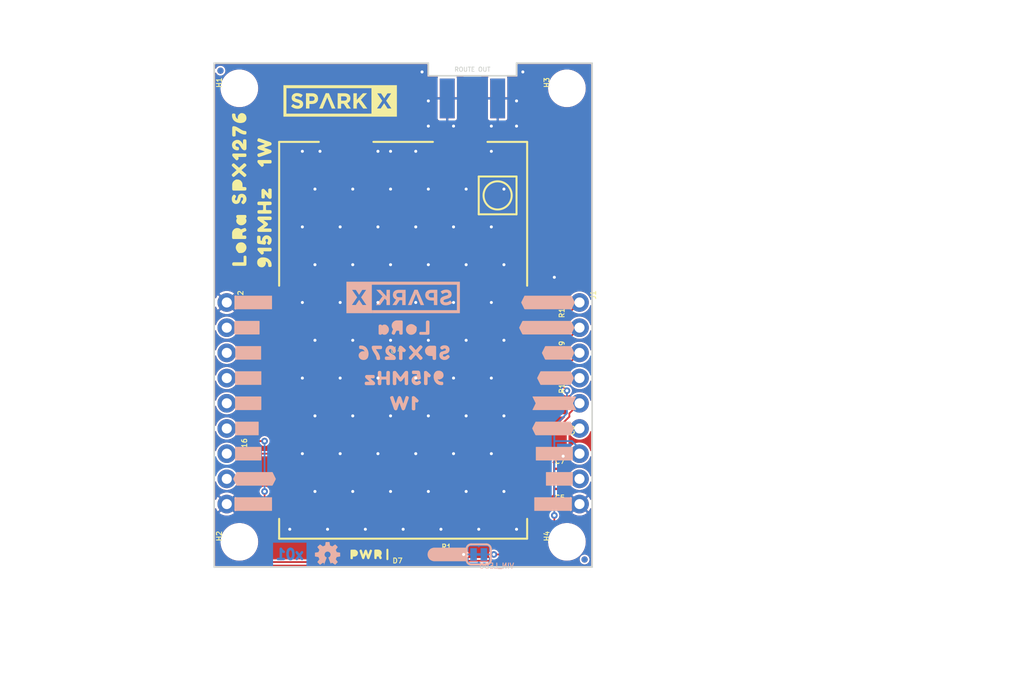
<source format=kicad_pcb>
(kicad_pcb (version 20211014) (generator pcbnew)
  (layers (0 "F.Cu" signal) (31 "B.Cu" signal) (34 "B.Paste" user) (35 "F.Paste" user) (36 "B.SilkS" user "B.Silkscreen") (37 "F.SilkS" user "F.Silkscreen") (38 "B.Mask" user) (39 "F.Mask" user) (44 "Edge.Cuts" user))
  (net 0 "")
  (net 1 "LORA_SCK")
  (net 2 "GND")
  (net 3 "3.3V")
  (net 4 "LORA_COPI")
  (net 5 "LORA_CIPO")
  (net 6 "5V")
  (net 7 "N$8")
  (net 8 "N$9")
  (net 9 "LORA_~{RST}")
  (net 10 "LORA_TXEN")
  (net 11 "LORA_RXEN")
  (net 12 "LORA_~{CS}")
  (net 13 "LORA_D0")
  (net 14 "LORA_D1")
  (net 15 "LORA_D2")
  (net 16 "LORA_RF")
  (net 17 "LORA_D3")
  (net 18 "LORA_D4")
  (net 19 "LORA_D5")
  (footprint "eagleBoard:0603" (layer "F.Cu") (at 163.7411 122.5296)
    (fp_text reference "C6" (at 0 -0.762) (layer "F.SilkS") (effects (font (size 0.512064 0.512064) (thickness 0.097536)) (justify left)))
    (fp_text value "0.1uF")
    (pad "1" smd rect (at -0.85 0) (size 1.1 1) (layers "F.Cu" "F.Paste" "F.Mask") (net 6 "5V"))
    (pad "2" smd rect (at 0.85 0) (size 1.1 1) (layers "F.Cu" "F.Paste" "F.Mask") (net 2 "GND"))
  )
  (footprint "eagleBoard:0603" (layer "F.Cu") (at 163.7411 107.5436 -90)
    (fp_text reference "R19" (at 0 -0.762 90) (layer "F.SilkS") (effects (font (size 0.512064 0.512064) (thickness 0.097536)) (justify right)))
    (fp_text value "100k")
    (pad "1" smd rect (at -0.85 0 270) (size 1.1 1) (layers "F.Cu" "F.Paste" "F.Mask") (net 2 "GND"))
    (pad "2" smd rect (at 0.85 0 270) (size 1.1 1) (layers "F.Cu" "F.Paste" "F.Mask") (net 10 "LORA_TXEN"))
  )
  (footprint "eagleBoard:SMA-EDGE" (layer "F.Cu") (at 155.4861 83.1596)
    (fp_text reference "E1" hide)
    (fp_text value "RP-SMA" hide)
    (pad "GND@0" smd rect (at -2.54 0) (size 1.5 4) (layers "F.Cu" "F.Mask") (net 2 "GND"))
    (pad "GND@1" smd rect (at 2.54 0) (size 1.5 4) (layers "F.Cu" "F.Mask") (net 2 "GND"))
    (pad "GND@2" smd rect (at -2.54 0) (size 1.5 4) (layers "B.Cu" "B.Mask") (net 2 "GND"))
    (pad "GND@3" smd rect (at 2.54 0) (size 1.5 4) (layers "B.Cu" "B.Mask") (net 2 "GND"))
    (pad "SIG" smd rect (at 0 0) (size 1.5 4) (layers "F.Cu" "F.Mask") (net 16 "LORA_RF"))
  )
  (footprint "eagleBoard:CREATIVE_COMMONS" (layer "F.Cu") (at 128.1811 141.8336)
    (fp_text reference "FRAME2" hide)
    (fp_text value "FRAME-LETTER" hide)
  )
  (footprint "eagleBoard:SPARKX-LARGE" (layer "F.Cu") (at 142.1511 83.4136)
    (fp_text reference "U$5" hide)
    (fp_text value "SPARKX-LOGO5" hide)
  )
  (footprint "eagleBoard:FIDUCIAL-MICRO" (layer "F.Cu") (at 130.0861 80.3656 90)
    (fp_text reference "FD2" hide)
    (fp_text value "FIDUCIALUFIDUCIAL" hide)
    (pad "1" smd roundrect (at 0 0 90) (size 0.635 0.635) (layers "F.Cu" "F.Mask") (roundrect_rratio 0.5))
  )
  (footprint "eagleBoard:LORA0" (layer "F.Cu") (at 131.9911 97.3836 90)
    (fp_text reference "U$67" hide)
    (fp_text value "" hide)
  )
  (footprint "eagleBoard:E19-915MS1W" (layer "F.Cu") (at 148.5011 107.5436 180)
    (fp_text reference "U4" (at 0 -1) (layer "F.SilkS") (effects (font (size 0.64848 0.64848) (thickness 0.05152)) (justify right)))
    (fp_text value "E19-915M30S")
    (pad "1" smd rect (at 12.1 3.82) (size 2.5 1.5) (layers "F.Cu" "F.Mask") (net 2 "GND"))
    (pad "2" smd rect (at 12.1 1.28) (size 2.5 1.5) (layers "F.Cu" "F.Mask") (net 19 "LORA_D5"))
    (pad "3" smd rect (at 12.1 -1.26) (size 2.5 1.5) (layers "F.Cu" "F.Mask") (net 18 "LORA_D4"))
    (pad "4" smd rect (at 12.1 -3.8) (size 2.5 1.5) (layers "F.Cu" "F.Mask") (net 17 "LORA_D3"))
    (pad "5" smd rect (at 12.1 -6.34) (size 2.5 1.5) (layers "F.Cu" "F.Mask") (net 15 "LORA_D2"))
    (pad "6" smd rect (at 12.1 -8.88) (size 2.5 1.5) (layers "F.Cu" "F.Mask") (net 14 "LORA_D1"))
    (pad "7" smd rect (at 12.1 -11.42) (size 2.5 1.5) (layers "F.Cu" "F.Mask") (net 13 "LORA_D0"))
    (pad "8" smd rect (at 12.1 -13.96) (size 2.5 1.5) (layers "F.Cu" "F.Mask") (net 9 "LORA_~{RST}"))
    (pad "9" smd rect (at 12.1 -16.5) (size 2.5 1.5) (layers "F.Cu" "F.Mask") (net 2 "GND"))
    (pad "10" smd rect (at -12.1 -16.5 180) (size 2.5 1.5) (layers "F.Cu" "F.Mask") (net 2 "GND"))
    (pad "11" smd rect (at -12.1 -13.96 180) (size 2.5 1.5) (layers "F.Cu" "F.Mask") (net 6 "5V"))
    (pad "12" smd rect (at -12.1 -11.42 180) (size 2.5 1.5) (layers "F.Cu" "F.Mask") (net 1 "LORA_SCK"))
    (pad "13" smd rect (at -12.1 -8.88 180) (size 2.5 1.5) (layers "F.Cu" "F.Mask") (net 5 "LORA_CIPO"))
    (pad "14" smd rect (at -12.1 -6.34 180) (size 2.5 1.5) (layers "F.Cu" "F.Mask") (net 4 "LORA_COPI"))
    (pad "15" smd rect (at -12.1 -3.8 180) (size 2.5 1.5) (layers "F.Cu" "F.Mask") (net 12 "LORA_~{CS}"))
    (pad "16" smd rect (at -12.1 -1.26 180) (size 2.5 1.5) (layers "F.Cu" "F.Mask") (net 10 "LORA_TXEN"))
    (pad "17" smd rect (at -12.1 1.28 180) (size 2.5 1.5) (layers "F.Cu" "F.Mask") (net 11 "LORA_RXEN"))
    (pad "18" smd rect (at -12.1 3.82 180) (size 2.5 1.5) (layers "F.Cu" "F.Mask") (net 2 "GND"))
    (pad "19" smd rect (at -7 19.6 270) (size 2.5 1.5) (layers "F.Cu" "F.Mask") (net 16 "LORA_RF"))
    (pad "20" smd rect (at -4.46 19.6 270) (size 2.5 1.5) (layers "F.Cu" "F.Mask") (net 2 "GND"))
    (pad "21" smd rect (at 4.46 19.6 270) (size 2.5 1.5) (layers "F.Cu" "F.Mask") (net 2 "GND"))
    (pad "22" smd rect (at 7 19.6 270) (size 2.5 1.5) (layers "F.Cu" "F.Mask") (net 2 "GND"))
  )
  (footprint "eagleBoard:SPX12760" (layer "F.Cu") (at 131.9911 89.1286 90)
    (fp_text reference "U$69" hide)
    (fp_text value "" hide)
  )
  (footprint "eagleBoard:0603" (layer "F.Cu") (at 133.2611 118.9736 90)
    (fp_text reference "R16" (at 0 -0.762 90) (layer "F.SilkS") (effects (font (size 0.512064 0.512064) (thickness 0.097536)) (justify left)))
    (fp_text value "100k")
    (pad "1" smd rect (at -0.85 0 90) (size 1.1 1) (layers "F.Cu" "F.Paste" "F.Mask") (net 9 "LORA_~{RST}"))
    (pad "2" smd rect (at 0.85 0 90) (size 1.1 1) (layers "F.Cu" "F.Paste" "F.Mask") (net 3 "3.3V"))
  )
  (footprint "eagleBoard:PWR0" (layer "F.Cu") (at 144.8181 129.1336)
    (fp_text reference "U$4" hide)
    (fp_text value "" hide)
  )
  (footprint "eagleBoard:STAND-OFF" (layer "F.Cu") (at 131.9911 127.8636 90)
    (fp_text reference "H2" (at 0 -2.032 90) (layer "F.SilkS") (effects (font (size 0.512064 0.512064) (thickness 0.097536)) (justify left)))
    (fp_text value "STAND-OFF")
    (pad "" np_thru_hole circle (at 0 0 90) (size 3.302 3.302) (drill 3.302) (layers *.Cu *.Mask))
  )
  (footprint "eagleBoard:915MHZ0" (layer "F.Cu") (at 134.5311 96.1136 90)
    (fp_text reference "U$7" hide)
    (fp_text value "" hide)
  )
  (footprint "eagleBoard:0603" (layer "F.Cu") (at 163.7411 124.1806)
    (fp_text reference "C5" (at 0 -0.762) (layer "F.SilkS") (effects (font (size 0.512064 0.512064) (thickness 0.097536)) (justify left)))
    (fp_text value "1.0uF")
    (pad "1" smd rect (at -0.85 0) (size 1.1 1) (layers "F.Cu" "F.Paste" "F.Mask") (net 6 "5V"))
    (pad "2" smd rect (at 0.85 0) (size 1.1 1) (layers "F.Cu" "F.Paste" "F.Mask") (net 2 "GND"))
  )
  (footprint "eagleBoard:0603" (layer "F.Cu") (at 163.7411 103.7336 -90)
    (fp_text reference "R18" (at 0 -0.762 90) (layer "F.SilkS") (effects (font (size 0.512064 0.512064) (thickness 0.097536)) (justify right)))
    (fp_text value "100k")
    (pad "1" smd rect (at -0.85 0 270) (size 1.1 1) (layers "F.Cu" "F.Paste" "F.Mask") (net 2 "GND"))
    (pad "2" smd rect (at 0.85 0 270) (size 1.1 1) (layers "F.Cu" "F.Paste" "F.Mask") (net 11 "LORA_RXEN"))
  )
  (footprint "eagleBoard:1X09_NO_SILK" (layer "F.Cu") (at 130.7211 103.7336 -90)
    (fp_text reference "J2" (at -1.27 -1.397 90) (layer "F.SilkS") (effects (font (size 0.512064 0.512064) (thickness 0.097536)) (justify right)))
    (fp_text value "")
    (pad "1" thru_hole circle (at 0 0) (size 1.8796 1.8796) (drill 1.016) (layers *.Cu *.Mask) (net 2 "GND"))
    (pad "2" thru_hole circle (at 2.54 0) (size 1.8796 1.8796) (drill 1.016) (layers *.Cu *.Mask) (net 19 "LORA_D5"))
    (pad "3" thru_hole circle (at 5.08 0) (size 1.8796 1.8796) (drill 1.016) (layers *.Cu *.Mask) (net 18 "LORA_D4"))
    (pad "4" thru_hole circle (at 7.62 0) (size 1.8796 1.8796) (drill 1.016) (layers *.Cu *.Mask) (net 17 "LORA_D3"))
    (pad "5" thru_hole circle (at 10.16 0) (size 1.8796 1.8796) (drill 1.016) (layers *.Cu *.Mask) (net 15 "LORA_D2"))
    (pad "6" thru_hole circle (at 12.7 0) (size 1.8796 1.8796) (drill 1.016) (layers *.Cu *.Mask) (net 14 "LORA_D1"))
    (pad "7" thru_hole circle (at 15.24 0) (size 1.8796 1.8796) (drill 1.016) (layers *.Cu *.Mask) (net 13 "LORA_D0"))
    (pad "8" thru_hole circle (at 17.78 0) (size 1.8796 1.8796) (drill 1.016) (layers *.Cu *.Mask) (net 9 "LORA_~{RST}"))
    (pad "9" thru_hole circle (at 20.32 0) (size 1.8796 1.8796) (drill 1.016) (layers *.Cu *.Mask) (net 2 "GND"))
  )
  (footprint "eagleBoard:LED-0603" (layer "F.Cu") (at 148.5011 129.1336 180)
    (fp_text reference "D7" (at 0 -0.635) (layer "F.SilkS") (effects (font (size 0.512064 0.512064) (thickness 0.097536)) (justify right)))
    (fp_text value "Yellow")
    (pad "A" smd roundrect (at -0.877 0 90) (size 1 1) (layers "F.Cu" "F.Paste" "F.Mask") (roundrect_rratio 0.15) (net 8 "N$9"))
    (pad "C" smd roundrect (at 0.877 0 90) (size 1 1) (layers "F.Cu" "F.Paste" "F.Mask") (roundrect_rratio 0.15) (net 2 "GND"))
  )
  (footprint "eagleBoard:0603" (layer "F.Cu") (at 163.7411 120.4976)
    (fp_text reference "C7" (at 0 -0.762) (layer "F.SilkS") (effects (font (size 0.512064 0.512064) (thickness 0.097536)) (justify left)))
    (fp_text value "0.22uF")
    (pad "1" smd rect (at -0.85 0) (size 1.1 1) (layers "F.Cu" "F.Paste" "F.Mask") (net 6 "5V"))
    (pad "2" smd rect (at 0.85 0) (size 1.1 1) (layers "F.Cu" "F.Paste" "F.Mask") (net 2 "GND"))
  )
  (footprint "eagleBoard:EIA3528" (layer "F.Cu") (at 163.7411 116.0526 -90)
    (fp_text reference "C8" (at 0 -1.778 90) (layer "F.SilkS") (effects (font (size 0.512064 0.512064) (thickness 0.097536)) (justify right)))
    (fp_text value "47uF")
    (pad "A" smd rect (at 1.65 0) (size 2.5 1.2) (layers "F.Cu" "F.Paste" "F.Mask") (net 6 "5V"))
    (pad "C" smd rect (at -1.65 0) (size 2.5 1.2) (layers "F.Cu" "F.Paste" "F.Mask") (net 2 "GND"))
  )
  (footprint "eagleBoard:STAND-OFF" (layer "F.Cu") (at 165.0111 82.1436 90)
    (fp_text reference "H3" (at 0 -2.032 90) (layer "F.SilkS") (effects (font (size 0.512064 0.512064) (thickness 0.097536)) (justify left)))
    (fp_text value "STAND-OFF")
    (pad "" np_thru_hole circle (at 0 0 90) (size 3.302 3.302) (drill 3.302) (layers *.Cu *.Mask))
  )
  (footprint "eagleBoard:1W1" (layer "F.Cu") (at 134.5311 88.4936 90)
    (fp_text reference "U$27" hide)
    (fp_text value "" hide)
  )
  (footprint "eagleBoard:0603" (layer "F.Cu") (at 152.3111 129.1336)
    (fp_text reference "R1" (at 0 -0.762) (layer "F.SilkS") (effects (font (size 0.512064 0.512064) (thickness 0.097536)) (justify left)))
    (fp_text value "1k")
    (pad "1" smd rect (at -0.85 0) (size 1.1 1) (layers "F.Cu" "F.Paste" "F.Mask") (net 8 "N$9"))
    (pad "2" smd rect (at 0.85 0) (size 1.1 1) (layers "F.Cu" "F.Paste" "F.Mask") (net 7 "N$8"))
  )
  (footprint "eagleBoard:1X09_NO_SILK" (layer "F.Cu") (at 166.2811 103.7336 -90)
    (fp_text reference "J1" (at -1.27 -1.397 90) (layer "F.SilkS") (effects (font (size 0.512064 0.512064) (thickness 0.097536)) (justify right)))
    (fp_text value "")
    (pad "1" thru_hole circle (at 0 0) (size 1.8796 1.8796) (drill 1.016) (layers *.Cu *.Mask) (net 11 "LORA_RXEN"))
    (pad "2" thru_hole circle (at 2.54 0) (size 1.8796 1.8796) (drill 1.016) (layers *.Cu *.Mask) (net 10 "LORA_TXEN"))
    (pad "3" thru_hole circle (at 5.08 0) (size 1.8796 1.8796) (drill 1.016) (layers *.Cu *.Mask) (net 12 "LORA_~{CS}"))
    (pad "4" thru_hole circle (at 7.62 0) (size 1.8796 1.8796) (drill 1.016) (layers *.Cu *.Mask) (net 4 "LORA_COPI"))
    (pad "5" thru_hole circle (at 10.16 0) (size 1.8796 1.8796) (drill 1.016) (layers *.Cu *.Mask) (net 5 "LORA_CIPO"))
    (pad "6" thru_hole circle (at 12.7 0) (size 1.8796 1.8796) (drill 1.016) (layers *.Cu *.Mask) (net 1 "LORA_SCK"))
    (pad "7" thru_hole circle (at 15.24 0) (size 1.8796 1.8796) (drill 1.016) (layers *.Cu *.Mask) (net 3 "3.3V"))
    (pad "8" thru_hole circle (at 17.78 0) (size 1.8796 1.8796) (drill 1.016) (layers *.Cu *.Mask) (net 6 "5V"))
    (pad "9" thru_hole circle (at 20.32 0) (size 1.8796 1.8796) (drill 1.016) (layers *.Cu *.Mask) (net 2 "GND"))
  )
  (footprint "eagleBoard:0603" (layer "F.Cu") (at 163.7411 111.3536 -90)
    (fp_text reference "R17" (at 0 -0.762 90) (layer "F.SilkS") (effects (font (size 0.512064 0.512064) (thickness 0.097536)) (justify right)))
    (fp_text value "100k")
    (pad "1" smd rect (at -0.85 0 270) (size 1.1 1) (layers "F.Cu" "F.Paste" "F.Mask") (net 12 "LORA_~{CS}"))
    (pad "2" smd rect (at 0.85 0 270) (size 1.1 1) (layers "F.Cu" "F.Paste" "F.Mask") (net 3 "3.3V"))
  )
  (footprint "eagleBoard:FIDUCIAL-MICRO" (layer "F.Cu") (at 166.7891 129.6416 90)
    (fp_text reference "FD1" hide)
    (fp_text value "FIDUCIALUFIDUCIAL" hide)
    (pad "1" smd roundrect (at 0 0 90) (size 0.635 0.635) (layers "F.Cu" "F.Mask") (roundrect_rratio 0.5))
  )
  (footprint "eagleBoard:STAND-OFF" (layer "F.Cu") (at 165.0111 127.8636 90)
    (fp_text reference "H4" (at 0 -2.032 90) (layer "F.SilkS") (effects (font (size 0.512064 0.512064) (thickness 0.097536)) (justify left)))
    (fp_text value "STAND-OFF")
    (pad "" np_thru_hole circle (at 0 0 90) (size 3.302 3.302) (drill 3.302) (layers *.Cu *.Mask))
  )
  (footprint "eagleBoard:STAND-OFF" (layer "F.Cu") (at 131.9911 82.1436 90)
    (fp_text reference "H1" (at 0 -2.032 90) (layer "F.SilkS") (effects (font (size 0.512064 0.512064) (thickness 0.097536)) (justify left)))
    (fp_text value "STAND-OFF")
    (pad "" np_thru_hole circle (at 0 0 90) (size 3.302 3.302) (drill 3.302) (layers *.Cu *.Mask))
  )
  (footprint "eagleBoard:#SDI#4" (layer "B.Cu") (at 163.8681 111.3536 180)
    (fp_text reference "U$46" hide)
    (fp_text value "" hide)
  )
  (footprint "eagleBoard:#RXEN#7" (layer "B.Cu") (at 163.1061 103.7336 180)
    (fp_text reference "U$49" hide)
    (fp_text value "" hide)
  )
  (footprint "eagleBoard:#SDO#3" (layer "B.Cu") (at 163.7411 113.8936 180)
    (fp_text reference "U$45" hide)
    (fp_text value "" hide)
  )
  (footprint "eagleBoard:FIDUCIAL-MICRO" (layer "B.Cu") (at 130.0861 80.3656 -90)
    (fp_text reference "FD4" hide)
    (fp_text value "FIDUCIALUFIDUCIAL" hide)
    (pad "1" smd roundrect (at 0 0 270) (size 0.635 0.635) (layers "B.Cu" "B.Mask") (roundrect_rratio 0.5))
  )
  (footprint "eagleBoard:915MHZ0" (layer "B.Cu") (at 148.5011 111.3536 180)
    (fp_text reference "U$8" hide)
    (fp_text value "" hide)
  )
  (footprint "eagleBoard:#D2#3" (layer "B.Cu") (at 132.8801 113.8936 180)
    (fp_text reference "U$57" hide)
    (fp_text value "" hide)
  )
  (footprint "eagleBoard:SPX12760" (layer "B.Cu") (at 148.5011 108.8136 180)
    (fp_text reference "U$2" hide)
    (fp_text value "" hide)
  )
  (footprint "eagleBoard:#D3#4" (layer "B.Cu") (at 132.8801 111.3536 180)
    (fp_text reference "U$56" hide)
    (fp_text value "" hide)
  )
  (footprint "eagleBoard:#D1#2" (layer "B.Cu") (at 132.7531 116.4336 180)
    (fp_text reference "U$58" hide)
    (fp_text value "" hide)
  )
  (footprint "eagleBoard:1W1" (layer "B.Cu") (at 148.5011 113.8936 180)
    (fp_text reference "U$3" hide)
    (fp_text value "" hide)
  )
  (footprint "eagleBoard:LORA0" (layer "B.Cu") (at 148.5011 106.2736 180)
    (fp_text reference "U$1" hide)
    (fp_text value "" hide)
  )
  (footprint "eagleBoard:#5V#1" (layer "B.Cu") (at 164.2491 121.5136 180)
    (fp_text reference "U$43" hide)
    (fp_text value "" hide)
  )
  (footprint "eagleBoard:#GND#8" (layer "B.Cu") (at 163.6141 124.0536 180)
    (fp_text reference "U$52" hide)
    (fp_text value "" hide)
  )
  (footprint "eagleBoard:SMT-JUMPER_2_NC_TRACE_SILK" (layer "B.Cu") (at 156.1211 129.1336)
    (fp_text reference "VIN_LED0" (at 0 1.143) (layer "B.SilkS") (effects (font (size 0.512064 0.512064) (thickness 0.097536)) (justify right mirror)))
    (fp_text value "")
    (fp_poly (pts (xy 0.1905 -0.13335) (xy -0.70485 -0.13335) (xy -0.70485 0.13335) (xy 0.1905 0.13335)) (layer "B.Cu") (width 0) (fill solid))
    (pad "1" smd rect (at -0.5207 0) (size 0.6604 1.27) (layers "B.Cu" "B.Mask") (net 7 "N$8"))
    (pad "2" smd rect (at 0.5207 0) (size 0.6604 1.27) (layers "B.Cu" "B.Mask") (net 6 "5V"))
  )
  (footprint "eagleBoard:#GND#8" (layer "B.Cu") (at 133.3881 103.7336 180)
    (fp_text reference "U$53" hide)
    (fp_text value "" hide)
  )
  (footprint "eagleBoard:#SCK#2" (layer "B.Cu") (at 163.6141 116.4336 180)
    (fp_text reference "U$62" hide)
    (fp_text value "" hide)
  )
  (footprint "eagleBoard:#D4#5" (layer "B.Cu") (at 132.8801 108.8136 180)
    (fp_text reference "U$55" hide)
    (fp_text value "" hide)
  )
  (footprint "eagleBoard:#3V3#0" (layer "B.Cu") (at 163.7411 118.9736 180)
    (fp_text reference "U$44" hide)
    (fp_text value "" hide)
  )
  (footprint "eagleBoard:#GND#8" (layer "B.Cu") (at 133.3881 124.0536 180)
    (fp_text reference "U$61" hide)
    (fp_text value "" hide)
  )
  (footprint "eagleBoard:#TXEN#6" (layer "B.Cu") (at 162.9791 106.2736 180)
    (fp_text reference "U$48" hide)
    (fp_text value "" hide)
  )
  (footprint "eagleBoard:#LED#0" (layer "B.Cu") (at 153.0731 129.1336 180)
    (fp_text reference "U$15" hide)
    (fp_text value "" hide)
  )
  (footprint "eagleBoard:#D5#6" (layer "B.Cu") (at 132.7531 106.2736 180)
    (fp_text reference "U$54" hide)
    (fp_text value "" hide)
  )
  (footprint "eagleBoard:SPARKX-LARGE" (layer "B.Cu") (at 148.5011 103.2256 180)
    (fp_text reference "U$6" hide)
    (fp_text value "SPARKX-LOGO5" hide)
  )
  (footprint "eagleBoard:##RST##0" (layer "B.Cu") (at 133.5151 121.5136 180)
    (fp_text reference "U$60" hide)
    (fp_text value "" hide)
  )
  (footprint "eagleBoard:OSHW-LOGO-MINI" (layer "B.Cu") (at 140.8811 129.1336 180)
    (fp_text reference "LOGO3" hide)
    (fp_text value "OSHW-LOGOMINI" hide)
  )
  (footprint "eagleBoard:##CS##5" (layer "B.Cu") (at 164.1221 108.8136 180)
    (fp_text reference "U$47" hide)
    (fp_text value "" hide)
  )
  (footprint "eagleBoard:FIDUCIAL-MICRO" (layer "B.Cu") (at 166.7891 129.6416 -90)
    (fp_text reference "FD3" hide)
    (fp_text value "FIDUCIALUFIDUCIAL" hide)
    (pad "1" smd roundrect (at 0 0 270) (size 0.635 0.635) (layers "B.Cu" "B.Mask") (roundrect_rratio 0.5))
  )
  (footprint "eagleBoard:#D0#1" (layer "B.Cu") (at 132.8801 118.9736 180)
    (fp_text reference "U$59" hide)
    (fp_text value "" hide)
  )
  (gr_line (start 129.4511 79.6036) (end 151.0411 79.6036) (layer "Edge.Cuts") (width 0.1524))
  (gr_line (start 129.4511 130.4036) (end 129.4511 79.6036) (layer "Edge.Cuts") (width 0.1524))
  (gr_line (start 167.5511 79.6036) (end 167.5511 130.4036) (layer "Edge.Cuts") (width 0.1524))
  (gr_line (start 159.9311 80.8736) (end 159.9311 79.6036) (layer "Edge.Cuts") (width 0.1524))
  (gr_line (start 151.0411 79.6036) (end 151.0411 80.8736) (layer "Edge.Cuts") (width 0.1524))
  (gr_line (start 159.9311 79.6036) (end 167.5511 79.6036) (layer "Edge.Cuts") (width 0.1524))
  (gr_line (start 151.0411 80.8736) (end 159.9311 80.8736) (layer "Edge.Cuts") (width 0.1524))
  (gr_line (start 167.5511 130.4036) (end 129.4511 130.4036) (layer "Edge.Cuts") (width 0.1524))
  (gr_text "x01" (at 137.0711 129.1336) (layer "B.Cu") (effects (font (size 1.016 1.016) (thickness 0.254)) (justify mirror)))
  (gr_text "ROUTE OUT" (at 155.4861 80.2386) (layer "Edge.Cuts") (effects (font (size 0.4318 0.4318) (thickness 0.0762))))
  (segment (start 162.1178 118.046069) (end 161.200268 118.9636) (width 0.1778) (layer "F.Cu") (net 1))
  (segment (start 166.2811 116.4336) (end 165.8788 116.8359) (width 0.1778) (layer "F.Cu") (net 1))
  (segment (start 162.3228 116.8359) (end 162.1178 117.0409) (width 0.1778) (layer "F.Cu") (net 1))
  (segment (start 165.8788 116.8359) (end 162.3228 116.8359) (width 0.1778) (layer "F.Cu") (net 1))
  (segment (start 160.6011 118.9636) (end 161.200268 118.9636) (width 0.1778) (layer "F.Cu") (net 1))
  (segment (start 162.1178 117.0409) (end 162.1178 118.046069) (width 0.1778) (layer "F.Cu") (net 1))
  (via (at 142.1511 111.3536) (size 0.6604) (drill 0.3048) (layers "F.Cu" "B.Cu") (net 2))
  (via (at 149.7711 88.4936) (size 0.6604) (drill 0.3048) (layers "F.Cu" "B.Cu") (net 2))
  (via (at 138.3411 103.7336) (size 0.6604) (drill 0.3048) (layers "F.Cu" "B.Cu") (net 2))
  (via (at 142.1511 96.1136) (size 0.6604) (drill 0.3048) (layers "F.Cu" "B.Cu") (net 2))
  (via (at 159.9311 83.4136) (size 0.6604) (drill 0.3048) (layers "F.Cu" "B.Cu") (net 2))
  (via (at 153.5811 103.7336) (size 0.6604) (drill 0.3048) (layers "F.Cu" "B.Cu") (net 2))
  (via (at 143.4211 92.3036) (size 0.6604) (drill 0.3048) (layers "F.Cu" "B.Cu") (net 2))
  (via (at 139.6111 115.1636) (size 0.6604) (drill 0.3048) (layers "F.Cu" "B.Cu") (net 2))
  (via (at 150.4061 80.4926) (size 0.6604) (drill 0.3048) (layers "F.Cu" "B.Cu") (net 2))
  (via (at 160.5661 80.4926) (size 0.6604) (drill 0.3048) (layers "F.Cu" "B.Cu") (net 2))
  (via (at 139.6111 92.3036) (size 0.6604) (drill 0.3048) (layers "F.Cu" "B.Cu") (net 2))
  (via (at 137.0711 126.5936) (size 0.6604) (drill 0.3048) (layers "F.Cu" "B.Cu") (net 2))
  (via (at 157.3911 85.9536) (size 0.6604) (drill 0.3048) (layers "F.Cu" "B.Cu") (net 2))
  (via (at 144.6911 126.5936) (size 0.6604) (drill 0.3048) (layers "F.Cu" "B.Cu") (net 2))
  (via (at 154.8511 107.5436) (size 0.6604) (drill 0.3048) (layers "F.Cu" "B.Cu") (net 2))
  (via (at 149.7711 111.3536) (size 0.6604) (drill 0.3048) (layers "F.Cu" "B.Cu") (net 2))
  (via (at 154.8511 99.9236) (size 0.6604) (drill 0.3048) (layers "F.Cu" "B.Cu") (net 2))
  (via (at 154.8511 115.1636) (size 0.6604) (drill 0.3048) (layers "F.Cu" "B.Cu") (net 2))
  (via (at 163.7411 101.1936) (size 0.6604) (drill 0.3048) (layers "F.Cu" "B.Cu") (net 2))
  (via (at 143.4211 115.1636) (size 0.6604) (drill 0.3048) (layers "F.Cu" "B.Cu") (net 2))
  (via (at 143.4211 107.5436) (size 0.6604) (drill 0.3048) (layers "F.Cu" "B.Cu") (net 2))
  (via (at 147.2311 107.5436) (size 0.6604) (drill 0.3048) (layers "F.Cu" "B.Cu") (net 2))
  (via (at 157.3911 96.1136) (size 0.6604) (drill 0.3048) (layers "F.Cu" "B.Cu") (net 2))
  (via (at 149.7711 118.9736) (size 0.6604) (drill 0.3048) (layers "F.Cu" "B.Cu") (net 2))
  (via (at 145.9611 96.1136) (size 0.6604) (drill 0.3048) (layers "F.Cu" "B.Cu") (net 2))
  (via (at 158.6611 92.3036) (size 0.6604) (drill 0.3048) (layers "F.Cu" "B.Cu") (net 2))
  (via (at 142.1511 103.7336) (size 0.6604) (drill 0.3048) (layers "F.Cu" "B.Cu") (net 2))
  (via (at 153.5811 118.9736) (size 0.6604) (drill 0.3048) (layers "F.Cu" "B.Cu") (net 2))
  (via (at 139.6111 122.7836) (size 0.6604) (drill 0.3048) (layers "F.Cu" "B.Cu") (net 2))
  (via (at 158.6611 122.7836) (size 0.6604) (drill 0.3048) (layers "F.Cu" "B.Cu") (net 2))
  (via (at 138.3411 118.9736) (size 0.6604) (drill 0.3048) (layers "F.Cu" "B.Cu") (net 2))
  (via (at 152.3111 126.5936) (size 0.6604) (drill 0.3048) (layers "F.Cu" "B.Cu") (net 2))
  (via (at 151.0411 115.1636) (size 0.6604) (drill 0.3048) (layers "F.Cu" "B.Cu") (net 2))
  (via (at 138.3411 88.4936) (size 0.6604) (drill 0.3048) (layers "F.Cu" "B.Cu") (net 2))
  (via (at 149.7711 96.1136) (size 0.6604) (drill 0.3048) (layers "F.Cu" "B.Cu") (net 2))
  (via (at 149.7711 103.7336) (size 0.6604) (drill 0.3048) (layers "F.Cu" "B.Cu") (net 2))
  (via (at 158.6611 115.1636) (size 0.6604) (drill 0.3048) (layers "F.Cu" "B.Cu") (net 2))
  (via (at 153.5811 96.1136) (size 0.6604) (drill 0.3048) (layers "F.Cu" "B.Cu") (net 2))
  (via (at 151.0411 107.5436) (size 0.6604) (drill 0.3048) (layers "F.Cu" "B.Cu") (net 2))
  (via (at 139.6111 99.9236) (size 0.6604) (drill 0.3048) (layers "F.Cu" "B.Cu") (net 2))
  (via (at 156.1211 126.5936) (size 0.6604) (drill 0.3048) (layers "F.Cu" "B.Cu") (net 2))
  (via (at 143.4211 122.7836) (size 0.6604) (drill 0.3048) (layers "F.Cu" "B.Cu") (net 2))
  (via (at 158.6611 107.5436) (size 0.6604) (drill 0.3048) (layers "F.Cu" "B.Cu") (net 2))
  (via (at 153.5811 111.3536) (size 0.6604) (drill 0.3048) (layers "F.Cu" "B.Cu") (net 2))
  (via (at 145.9611 88.4936) (size 0.6604) (drill 0.3048) (layers "F.Cu" "B.Cu") (net 2))
  (via (at 145.9611 103.7336) (size 0.6604) (drill 0.3048) (layers "F.Cu" "B.Cu") (net 2))
  (via (at 142.1511 118.9736) (size 0.6604) (drill 0.3048) (layers "F.Cu" "B.Cu") (net 2))
  (via (at 159.9311 126.5936) (size 0.6604) (drill 0.3048) (layers "F.Cu" "B.Cu") (net 2))
  (via (at 151.0411 92.3036) (size 0.6604) (drill 0.3048) (layers "F.Cu" "B.Cu") (net 2))
  (via (at 147.2311 88.4936) (size 0.6604) (drill 0.3048) (layers "F.Cu" "B.Cu") (net 2))
  (via (at 157.3911 118.9736) (size 0.6604) (drill 0.3048) (layers "F.Cu" "B.Cu") (net 2))
  (via (at 145.9611 111.3536) (size 0.6604) (drill 0.3048) (layers "F.Cu" "B.Cu") (net 2))
  (via (at 139.6111 107.5436) (size 0.6604) (drill 0.3048) (layers "F.Cu" "B.Cu") (net 2))
  (via (at 154.8511 92.3036) (size 0.6604) (drill 0.3048) (layers "F.Cu" "B.Cu") (net 2))
  (via (at 138.3411 96.1136) (size 0.6604) (drill 0.3048) (layers "F.Cu" "B.Cu") (net 2))
  (via (at 153.5811 85.9536) (size 0.6604) (drill 0.3048) (layers "F.Cu" "B.Cu") (net 2))
  (via (at 154.8511 122.7836) (size 0.6604) (drill 0.3048) (layers "F.Cu" "B.Cu") (net 2))
  (via (at 147.2311 122.7836) (size 0.6604) (drill 0.3048) (layers "F.Cu" "B.Cu") (net 2))
  (via (at 157.3911 111.3536) (size 0.6604) (drill 0.3048) (layers "F.Cu" "B.Cu") (net 2))
  (via (at 158.6611 99.9236) (size 0.6604) (drill 0.3048) (layers "F.Cu" "B.Cu") (net 2))
  (via (at 157.3911 103.7336) (size 0.6604) (drill 0.3048) (layers "F.Cu" "B.Cu") (net 2))
  (via (at 148.5011 126.5936) (size 0.6604) (drill 0.3048) (layers "F.Cu" "B.Cu") (net 2))
  (via (at 164.6301 119.2276) (size 0.6604) (drill 0.3048) (layers "F.Cu" "B.Cu") (net 2))
  (via (at 145.9611 118.9736) (size 0.6604) (drill 0.3048) (layers "F.Cu" "B.Cu") (net 2))
  (via (at 147.2311 115.1636) (size 0.6604) (drill 0.3048) (layers "F.Cu" "B.Cu") (net 2))
  (via (at 140.8811 126.5936) (size 0.6604) (drill 0.3048) (layers "F.Cu" "B.Cu") (net 2))
  (via (at 151.0411 85.9536) (size 0.6604) (drill 0.3048) (layers "F.Cu" "B.Cu") (net 2))
  (via (at 147.2311 92.3036) (size 0.6604) (drill 0.3048) (layers "F.Cu" "B.Cu") (net 2))
  (via (at 157.3911 88.4936) (size 0.6604) (drill 0.3048) (layers "F.Cu" "B.Cu") (net 2))
  (via (at 138.3411 111.3536) (size 0.6604) (drill 0.3048) (layers "F.Cu" "B.Cu") (net 2))
  (via (at 151.0411 122.7836) (size 0.6604) (drill 0.3048) (layers "F.Cu" "B.Cu") (net 2))
  (via (at 143.4211 99.9236) (size 0.6604) (drill 0.3048) (layers "F.Cu" "B.Cu") (net 2))
  (via (at 151.0411 83.4136) (size 0.6604) (drill 0.3048) (layers "F.Cu" "B.Cu") (net 2))
  (via (at 159.9311 85.9536) (size 0.6604) (drill 0.3048) (layers "F.Cu" "B.Cu") (net 2))
  (via (at 140.1191 88.4936) (size 0.6604) (drill 0.3048) (layers "F.Cu" "B.Cu") (net 2))
  (via (at 151.0411 99.9236) (size 0.6604) (drill 0.3048) (layers "F.Cu" "B.Cu") (net 2))
  (via (at 147.2311 99.9236) (size 0.6604) (drill 0.3048) (layers "F.Cu" "B.Cu") (net 2))
  (segment (start 163.7411 126.0856) (end 160.0581 129.7686) (width 0.1778) (layer "F.Cu") (net 3))
  (segment (start 134.5311 117.7036) (end 133.6811 117.7036) (width 0.1778) (layer "F.Cu") (net 3))
  (segment (start 153.953268 129.7686) (end 153.821568 129.9003) (width 0.1778) (layer "F.Cu") (net 3))
  (segment (start 134.5311 129.1336) (end 134.5311 122.7836) (width 0.1778) (layer "F.Cu") (net 3))
  (segment (start 135.2978 129.9003) (end 134.5311 129.1336) (width 0.1778) (layer "F.Cu") (net 3))
  (segment (start 133.6811 117.7036) (end 133.2611 118.1236) (width 0.1778) (layer "F.Cu") (net 3))
  (segment (start 153.821568 129.9003) (end 135.2978 129.9003) (width 0.1778) (layer "F.Cu") (net 3))
  (segment (start 163.7411 125.1966) (end 163.7411 126.0856) (width 0.1778) (layer "F.Cu") (net 3))
  (segment (start 164.5911 112.2036) (end 165.0111 112.6236) (width 0.1778) (layer "F.Cu") (net 3))
  (segment (start 160.0581 129.7686) (end 153.953268 129.7686) (width 0.1778) (layer "F.Cu") (net 3))
  (segment (start 163.7411 112.2036) (end 164.5911 112.2036) (width 0.1778) (layer "F.Cu") (net 3))
  (via (at 134.5311 117.7036) (size 0.6604) (drill 0.3048) (layers "F.Cu" "B.Cu") (net 3))
  (via (at 165.0111 112.6236) (size 0.6604) (drill 0.3048) (layers "F.Cu" "B.Cu") (net 3))
  (via (at 163.7411 125.1966) (size 0.6604) (drill 0.3048) (layers "F.Cu" "B.Cu") (net 3))
  (via (at 134.5311 122.7836) (size 0.6604) (drill 0.3048) (layers "F.Cu" "B.Cu") (net 3))
  (segment (start 134.5311 122.7836) (end 134.5311 117.7036) (width 0.1778) (layer "B.Cu") (net 3))
  (segment (start 165.0111 114.9096) (end 163.7411 116.1796) (width 0.1778) (layer "B.Cu") (net 3))
  (segment (start 165.0111 112.6236) (end 165.0111 114.9096) (width 0.1778) (layer "B.Cu") (net 3))
  (segment (start 166.2811 118.4656) (end 165.5191 117.7036) (width 0.1778) (layer "B.Cu") (net 3))
  (segment (start 163.7411 117.7036) (end 163.7411 125.1966) (width 0.1778) (layer "B.Cu") (net 3))
  (segment (start 166.2811 118.9736) (end 166.2811 118.4656) (width 0.1778) (layer "B.Cu") (net 3))
  (segment (start 165.5191 117.7036) (end 163.7411 117.7036) (width 0.1778) (layer "B.Cu") (net 3))
  (segment (start 163.7411 116.1796) (end 163.7411 117.7036) (width 0.1778) (layer "B.Cu") (net 3))
  (segment (start 166.2811 111.3536) (end 163.1061 111.3536) (width 0.1778) (layer "F.Cu") (net 4))
  (segment (start 160.6011 113.1216) (end 160.6011 113.8836) (width 0.1778) (layer "F.Cu") (net 4))
  (segment (start 161.7191 112.7406) (end 160.9821 112.7406) (width 0.1778) (layer "F.Cu") (net 4))
  (segment (start 163.1061 111.3536) (end 161.7191 112.7406) (width 0.1778) (layer "F.Cu") (net 4))
  (segment (start 160.9821 112.7406) (end 160.6011 113.1216) (width 0.1778) (layer "F.Cu") (net 4))
  (segment (start 160.6011 116.4236) (end 164.074268 116.4236) (width 0.1778) (layer "F.Cu") (net 5))
  (segment (start 165.2578 115.240069) (end 165.2578 114.9169) (width 0.1778) (layer "F.Cu") (net 5))
  (segment (start 164.074268 116.4236) (end 165.2578 115.240069) (width 0.1778) (layer "F.Cu") (net 5))
  (segment (start 165.2578 114.9169) (end 166.2811 113.8936) (width 0.1778) (layer "F.Cu") (net 5))
  (segment (start 163.7411 117.7026) (end 163.6151 117.8286) (width 0.5588) (layer "F.Cu") (net 6))
  (segment (start 162.8521 121.5036) (end 166.2711 121.5036) (width 0.5588) (layer "F.Cu") (net 6))
  (segment (start 162.8911 122.5296) (end 162.8911 121.4646) (width 0.5588) (layer "F.Cu") (net 6))
  (segment (start 166.2711 121.5036) (end 166.2811 121.5136) (width 0.5588) (layer "F.Cu") (net 6))
  (segment (start 159.9311 129.1336) (end 157.6451 129.1336) (width 0.1778) (layer "F.Cu") (net 6))
  (segment (start 162.8911 120.4976) (end 162.8911 119.8236) (width 0.5588) (layer "F.Cu") (net 6))
  (segment (start 162.8911 120.4976) (end 162.8911 121.4646) (width 0.5588) (layer "F.Cu") (net 6))
  (segment (start 162.8911 124.1806) (end 162.8911 126.1736) (width 0.1778) (layer "F.Cu") (net 6))
  (segment (start 162.8911 126.1736) (end 159.9311 129.1336) (width 0.1778) (layer "F.Cu") (net 6))
  (segment (start 162.8911 121.4646) (end 162.8521 121.5036) (width 0.5588) (layer "F.Cu") (net 6))
  (segment (start 162.8911 122.5296) (end 162.8911 124.1806) (width 0.5588) (layer "F.Cu") (net 6))
  (segment (start 163.6151 117.8286) (end 163.6151 119.0996) (width 0.5588) (layer "F.Cu") (net 6))
  (segment (start 162.8521 121.5036) (end 160.6011 121.5036) (width 0.5588) (layer "F.Cu") (net 6))
  (segment (start 162.8911 119.8236) (end 163.6151 119.0996) (width 0.5588) (layer "F.Cu") (net 6))
  (via (at 157.6451 129.1336) (size 0.6604) (drill 0.3048) (layers "F.Cu" "B.Cu") (net 6))
  (segment (start 157.6451 129.1336) (end 156.6418 129.1336) (width 0.1778) (layer "B.Cu") (net 6))
  (segment (start 154.5971 129.1336) (end 153.1611 129.1336) (width 0.1778) (layer "F.Cu") (net 7))
  (via (at 154.5971 129.1336) (size 0.6604) (drill 0.3048) (layers "F.Cu" "B.Cu") (net 7))
  (segment (start 155.6004 129.1336) (end 154.5971 129.1336) (width 0.1778) (layer "B.Cu") (net 7))
  (segment (start 151.4611 129.1336) (end 149.3781 129.1336) (width 0.1778) (layer "F.Cu") (net 8))
  (segment (start 133.2611 121.5136) (end 137.0711 121.5136) (width 0.1778) (layer "F.Cu") (net 9))
  (segment (start 130.7211 121.5136) (end 133.2611 121.5136) (width 0.1778) (layer "F.Cu") (net 9))
  (segment (start 137.0711 121.5136) (end 137.0611 121.5036) (width 0.1778) (layer "F.Cu") (net 9))
  (segment (start 137.0611 121.5036) (end 136.4011 121.5036) (width 0.1778) (layer "F.Cu") (net 9))
  (segment (start 133.2611 119.8236) (end 133.2611 121.5136) (width 0.1778) (layer "F.Cu") (net 9))
  (segment (start 162.5101 108.3936) (end 163.7411 108.3936) (width 0.1778) (layer "F.Cu") (net 10))
  (segment (start 162.1001 108.8036) (end 162.5101 108.3936) (width 0.1778) (layer "F.Cu") (net 10))
  (segment (start 160.6011 108.8036) (end 162.1001 108.8036) (width 0.1778) (layer "F.Cu") (net 10))
  (segment (start 163.7411 108.3936) (end 164.1611 108.3936) (width 0.1778) (layer "F.Cu") (net 10))
  (segment (start 166.2811 106.2736) (end 164.1611 108.3936) (width 0.1778) (layer "F.Cu") (net 10))
  (segment (start 163.7411 104.5836) (end 165.4311 104.5836) (width 0.1778) (layer "F.Cu") (net 11))
  (segment (start 165.4311 104.5836) (end 166.2811 103.7336) (width 0.1778) (layer "F.Cu") (net 11))
  (segment (start 162.0611 106.2636) (end 163.7411 104.5836) (width 0.1778) (layer "F.Cu") (net 11))
  (segment (start 160.6011 106.2636) (end 162.0611 106.2636) (width 0.1778) (layer "F.Cu") (net 11))
  (segment (start 160.6011 111.3436) (end 162.2271 111.3436) (width 0.1778) (layer "F.Cu") (net 12))
  (segment (start 162.4711 111.0996) (end 162.4711 110.7186) (width 0.1778) (layer "F.Cu") (net 12))
  (segment (start 162.4711 110.7186) (end 162.6861 110.5036) (width 0.1778) (layer "F.Cu") (net 12))
  (segment (start 166.2811 108.8136) (end 164.5911 110.5036) (width 0.1778) (layer "F.Cu") (net 12))
  (segment (start 162.2271 111.3436) (end 162.4711 111.0996) (width 0.1778) (layer "F.Cu") (net 12))
  (segment (start 162.6861 110.5036) (end 163.7411 110.5036) (width 0.1778) (layer "F.Cu") (net 12))
  (segment (start 164.5911 110.5036) (end 163.7411 110.5036) (width 0.1778) (layer "F.Cu") (net 12))
  (segment (start 137.0611 118.9636) (end 136.4011 118.9636) (width 0.1778) (layer "F.Cu") (net 13))
  (segment (start 137.0711 118.9736) (end 137.0611 118.9636) (width 0.1778) (layer "F.Cu") (net 13))
  (segment (start 130.7211 118.9736) (end 137.0711 118.9736) (width 0.1778) (layer "F.Cu") (net 13))
  (segment (start 130.7211 116.4336) (end 130.7311 116.4236) (width 0.1778) (layer "F.Cu") (net 14))
  (segment (start 130.7311 116.4236) (end 136.4011 116.4236) (width 0.1778) (layer "F.Cu") (net 14))
  (segment (start 130.7311 113.8836) (end 136.4011 113.8836) (width 0.1778) (layer "F.Cu") (net 15))
  (segment (start 130.7211 113.8936) (end 130.7311 113.8836) (width 0.1778) (layer "F.Cu") (net 15))
  (segment (start 155.5011 83.1746) (end 155.5011 87.9436) (width 0.73914) (layer "F.Cu") (net 16))
  (segment (start 155.4861 83.1596) (end 155.5011 83.1746) (width 0.73914) (layer "F.Cu") (net 16))
  (segment (start 130.7211 111.3536) (end 130.7311 111.3436) (width 0.1778) (layer "F.Cu") (net 17))
  (segment (start 130.7311 111.3436) (end 136.4011 111.3436) (width 0.1778) (layer "F.Cu") (net 17))
  (segment (start 130.7311 108.8036) (end 136.4011 108.8036) (width 0.1778) (layer "F.Cu") (net 18))
  (segment (start 130.7211 108.8136) (end 130.7311 108.8036) (width 0.1778) (layer "F.Cu") (net 18))
  (segment (start 130.7211 106.2736) (end 130.7311 106.2636) (width 0.1778) (layer "F.Cu") (net 19))
  (segment (start 130.7311 106.2636) (end 136.4011 106.2636) (width 0.1778) (layer "F.Cu") (net 19))
  (zone (net 2) (net_name "GND") (layer "F.Cu") (priority 6) (connect_pads (clearance 0.1016)) (min_thickness 0.0889) (fill yes (thermal_gap 0.2278) (thermal_bridge_width 0.2278))
    (polygon (pts (xy 167.64 130.4925) (xy 129.3622 130.4925) (xy 129.3622 79.5147) (xy 167.64 79.5147)))
  )
  (zone (net 2) (net_name "GND") (layer "B.Cu") (priority 6) (connect_pads (clearance 0.1016)) (min_thickness 0.0889) (fill yes (thermal_gap 0.2278) (thermal_bridge_width 0.2278))
    (polygon (pts (xy 167.64 130.4925) (xy 129.3622 130.4925) (xy 129.3622 79.5147) (xy 167.64 79.5147)))
  )
)
</source>
